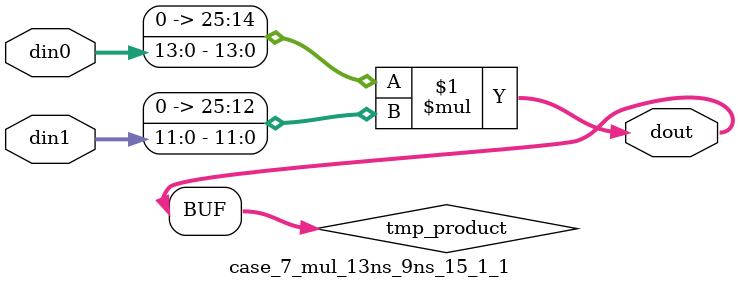
<source format=v>

`timescale 1 ns / 1 ps

 (* use_dsp = "no" *)  module case_7_mul_13ns_9ns_15_1_1(din0, din1, dout);
parameter ID = 1;
parameter NUM_STAGE = 0;
parameter din0_WIDTH = 14;
parameter din1_WIDTH = 12;
parameter dout_WIDTH = 26;

input [din0_WIDTH - 1 : 0] din0; 
input [din1_WIDTH - 1 : 0] din1; 
output [dout_WIDTH - 1 : 0] dout;

wire signed [dout_WIDTH - 1 : 0] tmp_product;
























assign tmp_product = $signed({1'b0, din0}) * $signed({1'b0, din1});











assign dout = tmp_product;





















endmodule

</source>
